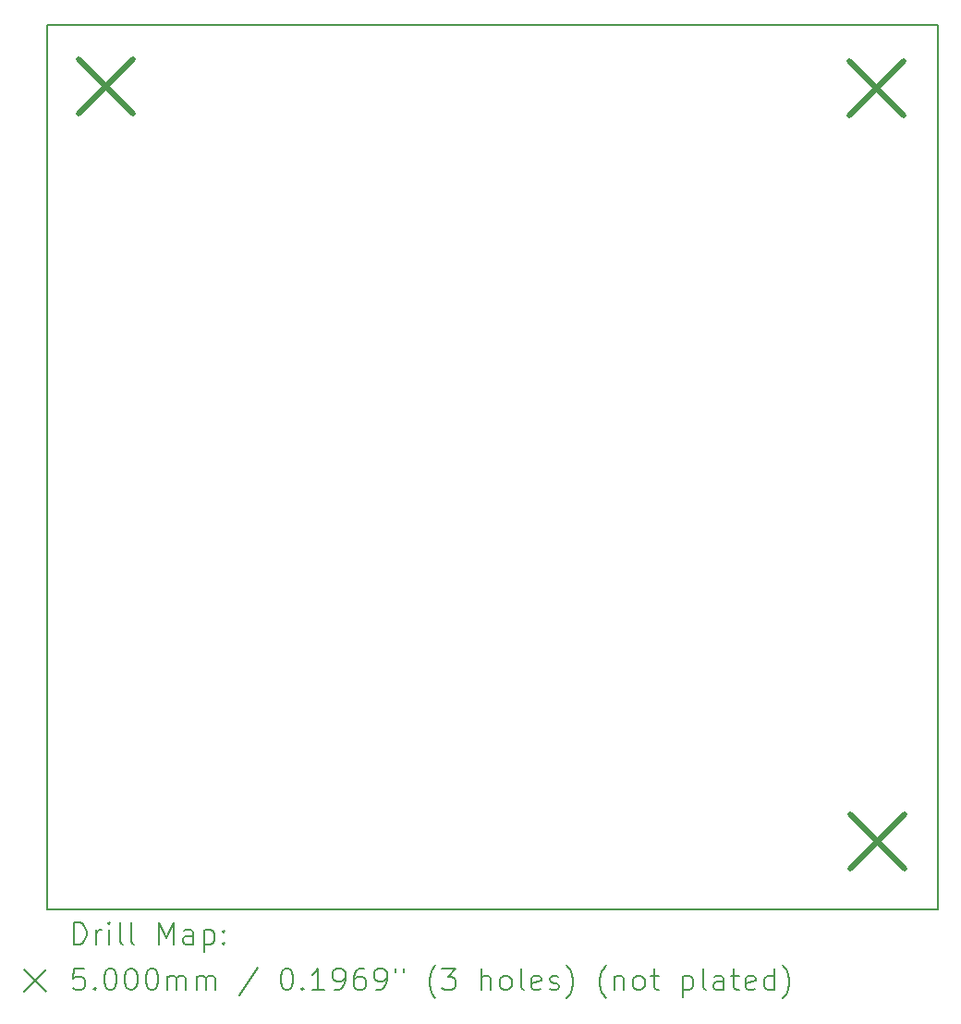
<source format=gbr>
%TF.GenerationSoftware,KiCad,Pcbnew,6.0.7-f9a2dced07~116~ubuntu20.04.1*%
%TF.CreationDate,2022-12-12T07:14:16-03:00*%
%TF.ProjectId,PEF,5045462e-6b69-4636-9164-5f7063625858,rev?*%
%TF.SameCoordinates,Original*%
%TF.FileFunction,Drillmap*%
%TF.FilePolarity,Positive*%
%FSLAX45Y45*%
G04 Gerber Fmt 4.5, Leading zero omitted, Abs format (unit mm)*
G04 Created by KiCad (PCBNEW 6.0.7-f9a2dced07~116~ubuntu20.04.1) date 2022-12-12 07:14:16*
%MOMM*%
%LPD*%
G01*
G04 APERTURE LIST*
%ADD10C,0.200000*%
%ADD11C,0.500000*%
G04 APERTURE END LIST*
D10*
X1240000Y-1240000D02*
X9400000Y-1240000D01*
X9400000Y-1240000D02*
X9400000Y-9340000D01*
X9400000Y-9340000D02*
X1240000Y-9340000D01*
X1240000Y-9340000D02*
X1240000Y-1240000D01*
D11*
X1530000Y-1550000D02*
X2030000Y-2050000D01*
X2030000Y-1550000D02*
X1530000Y-2050000D01*
X8590000Y-1570000D02*
X9090000Y-2070000D01*
X9090000Y-1570000D02*
X8590000Y-2070000D01*
X8600000Y-8470000D02*
X9100000Y-8970000D01*
X9100000Y-8470000D02*
X8600000Y-8970000D01*
D10*
X1487619Y-9660476D02*
X1487619Y-9460476D01*
X1535238Y-9460476D01*
X1563809Y-9470000D01*
X1582857Y-9489048D01*
X1592381Y-9508095D01*
X1601905Y-9546190D01*
X1601905Y-9574762D01*
X1592381Y-9612857D01*
X1582857Y-9631905D01*
X1563809Y-9650952D01*
X1535238Y-9660476D01*
X1487619Y-9660476D01*
X1687619Y-9660476D02*
X1687619Y-9527143D01*
X1687619Y-9565238D02*
X1697143Y-9546190D01*
X1706667Y-9536667D01*
X1725714Y-9527143D01*
X1744762Y-9527143D01*
X1811428Y-9660476D02*
X1811428Y-9527143D01*
X1811428Y-9460476D02*
X1801905Y-9470000D01*
X1811428Y-9479524D01*
X1820952Y-9470000D01*
X1811428Y-9460476D01*
X1811428Y-9479524D01*
X1935238Y-9660476D02*
X1916190Y-9650952D01*
X1906667Y-9631905D01*
X1906667Y-9460476D01*
X2040000Y-9660476D02*
X2020952Y-9650952D01*
X2011428Y-9631905D01*
X2011428Y-9460476D01*
X2268571Y-9660476D02*
X2268571Y-9460476D01*
X2335238Y-9603333D01*
X2401905Y-9460476D01*
X2401905Y-9660476D01*
X2582857Y-9660476D02*
X2582857Y-9555714D01*
X2573333Y-9536667D01*
X2554286Y-9527143D01*
X2516190Y-9527143D01*
X2497143Y-9536667D01*
X2582857Y-9650952D02*
X2563810Y-9660476D01*
X2516190Y-9660476D01*
X2497143Y-9650952D01*
X2487619Y-9631905D01*
X2487619Y-9612857D01*
X2497143Y-9593810D01*
X2516190Y-9584286D01*
X2563810Y-9584286D01*
X2582857Y-9574762D01*
X2678095Y-9527143D02*
X2678095Y-9727143D01*
X2678095Y-9536667D02*
X2697143Y-9527143D01*
X2735238Y-9527143D01*
X2754286Y-9536667D01*
X2763810Y-9546190D01*
X2773333Y-9565238D01*
X2773333Y-9622381D01*
X2763810Y-9641429D01*
X2754286Y-9650952D01*
X2735238Y-9660476D01*
X2697143Y-9660476D01*
X2678095Y-9650952D01*
X2859048Y-9641429D02*
X2868571Y-9650952D01*
X2859048Y-9660476D01*
X2849524Y-9650952D01*
X2859048Y-9641429D01*
X2859048Y-9660476D01*
X2859048Y-9536667D02*
X2868571Y-9546190D01*
X2859048Y-9555714D01*
X2849524Y-9546190D01*
X2859048Y-9536667D01*
X2859048Y-9555714D01*
X1030000Y-9890000D02*
X1230000Y-10090000D01*
X1230000Y-9890000D02*
X1030000Y-10090000D01*
X1582857Y-9880476D02*
X1487619Y-9880476D01*
X1478095Y-9975714D01*
X1487619Y-9966190D01*
X1506667Y-9956667D01*
X1554286Y-9956667D01*
X1573333Y-9966190D01*
X1582857Y-9975714D01*
X1592381Y-9994762D01*
X1592381Y-10042381D01*
X1582857Y-10061429D01*
X1573333Y-10070952D01*
X1554286Y-10080476D01*
X1506667Y-10080476D01*
X1487619Y-10070952D01*
X1478095Y-10061429D01*
X1678095Y-10061429D02*
X1687619Y-10070952D01*
X1678095Y-10080476D01*
X1668571Y-10070952D01*
X1678095Y-10061429D01*
X1678095Y-10080476D01*
X1811428Y-9880476D02*
X1830476Y-9880476D01*
X1849524Y-9890000D01*
X1859048Y-9899524D01*
X1868571Y-9918571D01*
X1878095Y-9956667D01*
X1878095Y-10004286D01*
X1868571Y-10042381D01*
X1859048Y-10061429D01*
X1849524Y-10070952D01*
X1830476Y-10080476D01*
X1811428Y-10080476D01*
X1792381Y-10070952D01*
X1782857Y-10061429D01*
X1773333Y-10042381D01*
X1763809Y-10004286D01*
X1763809Y-9956667D01*
X1773333Y-9918571D01*
X1782857Y-9899524D01*
X1792381Y-9890000D01*
X1811428Y-9880476D01*
X2001905Y-9880476D02*
X2020952Y-9880476D01*
X2040000Y-9890000D01*
X2049524Y-9899524D01*
X2059048Y-9918571D01*
X2068571Y-9956667D01*
X2068571Y-10004286D01*
X2059048Y-10042381D01*
X2049524Y-10061429D01*
X2040000Y-10070952D01*
X2020952Y-10080476D01*
X2001905Y-10080476D01*
X1982857Y-10070952D01*
X1973333Y-10061429D01*
X1963809Y-10042381D01*
X1954286Y-10004286D01*
X1954286Y-9956667D01*
X1963809Y-9918571D01*
X1973333Y-9899524D01*
X1982857Y-9890000D01*
X2001905Y-9880476D01*
X2192381Y-9880476D02*
X2211429Y-9880476D01*
X2230476Y-9890000D01*
X2240000Y-9899524D01*
X2249524Y-9918571D01*
X2259048Y-9956667D01*
X2259048Y-10004286D01*
X2249524Y-10042381D01*
X2240000Y-10061429D01*
X2230476Y-10070952D01*
X2211429Y-10080476D01*
X2192381Y-10080476D01*
X2173333Y-10070952D01*
X2163810Y-10061429D01*
X2154286Y-10042381D01*
X2144762Y-10004286D01*
X2144762Y-9956667D01*
X2154286Y-9918571D01*
X2163810Y-9899524D01*
X2173333Y-9890000D01*
X2192381Y-9880476D01*
X2344762Y-10080476D02*
X2344762Y-9947143D01*
X2344762Y-9966190D02*
X2354286Y-9956667D01*
X2373333Y-9947143D01*
X2401905Y-9947143D01*
X2420952Y-9956667D01*
X2430476Y-9975714D01*
X2430476Y-10080476D01*
X2430476Y-9975714D02*
X2440000Y-9956667D01*
X2459048Y-9947143D01*
X2487619Y-9947143D01*
X2506667Y-9956667D01*
X2516190Y-9975714D01*
X2516190Y-10080476D01*
X2611429Y-10080476D02*
X2611429Y-9947143D01*
X2611429Y-9966190D02*
X2620952Y-9956667D01*
X2640000Y-9947143D01*
X2668571Y-9947143D01*
X2687619Y-9956667D01*
X2697143Y-9975714D01*
X2697143Y-10080476D01*
X2697143Y-9975714D02*
X2706667Y-9956667D01*
X2725714Y-9947143D01*
X2754286Y-9947143D01*
X2773333Y-9956667D01*
X2782857Y-9975714D01*
X2782857Y-10080476D01*
X3173333Y-9870952D02*
X3001905Y-10128095D01*
X3430476Y-9880476D02*
X3449524Y-9880476D01*
X3468571Y-9890000D01*
X3478095Y-9899524D01*
X3487619Y-9918571D01*
X3497143Y-9956667D01*
X3497143Y-10004286D01*
X3487619Y-10042381D01*
X3478095Y-10061429D01*
X3468571Y-10070952D01*
X3449524Y-10080476D01*
X3430476Y-10080476D01*
X3411428Y-10070952D01*
X3401905Y-10061429D01*
X3392381Y-10042381D01*
X3382857Y-10004286D01*
X3382857Y-9956667D01*
X3392381Y-9918571D01*
X3401905Y-9899524D01*
X3411428Y-9890000D01*
X3430476Y-9880476D01*
X3582857Y-10061429D02*
X3592381Y-10070952D01*
X3582857Y-10080476D01*
X3573333Y-10070952D01*
X3582857Y-10061429D01*
X3582857Y-10080476D01*
X3782857Y-10080476D02*
X3668571Y-10080476D01*
X3725714Y-10080476D02*
X3725714Y-9880476D01*
X3706667Y-9909048D01*
X3687619Y-9928095D01*
X3668571Y-9937619D01*
X3878095Y-10080476D02*
X3916190Y-10080476D01*
X3935238Y-10070952D01*
X3944762Y-10061429D01*
X3963809Y-10032857D01*
X3973333Y-9994762D01*
X3973333Y-9918571D01*
X3963809Y-9899524D01*
X3954286Y-9890000D01*
X3935238Y-9880476D01*
X3897143Y-9880476D01*
X3878095Y-9890000D01*
X3868571Y-9899524D01*
X3859048Y-9918571D01*
X3859048Y-9966190D01*
X3868571Y-9985238D01*
X3878095Y-9994762D01*
X3897143Y-10004286D01*
X3935238Y-10004286D01*
X3954286Y-9994762D01*
X3963809Y-9985238D01*
X3973333Y-9966190D01*
X4144762Y-9880476D02*
X4106667Y-9880476D01*
X4087619Y-9890000D01*
X4078095Y-9899524D01*
X4059048Y-9928095D01*
X4049524Y-9966190D01*
X4049524Y-10042381D01*
X4059048Y-10061429D01*
X4068571Y-10070952D01*
X4087619Y-10080476D01*
X4125714Y-10080476D01*
X4144762Y-10070952D01*
X4154286Y-10061429D01*
X4163809Y-10042381D01*
X4163809Y-9994762D01*
X4154286Y-9975714D01*
X4144762Y-9966190D01*
X4125714Y-9956667D01*
X4087619Y-9956667D01*
X4068571Y-9966190D01*
X4059048Y-9975714D01*
X4049524Y-9994762D01*
X4259048Y-10080476D02*
X4297143Y-10080476D01*
X4316190Y-10070952D01*
X4325714Y-10061429D01*
X4344762Y-10032857D01*
X4354286Y-9994762D01*
X4354286Y-9918571D01*
X4344762Y-9899524D01*
X4335238Y-9890000D01*
X4316190Y-9880476D01*
X4278095Y-9880476D01*
X4259048Y-9890000D01*
X4249524Y-9899524D01*
X4240000Y-9918571D01*
X4240000Y-9966190D01*
X4249524Y-9985238D01*
X4259048Y-9994762D01*
X4278095Y-10004286D01*
X4316190Y-10004286D01*
X4335238Y-9994762D01*
X4344762Y-9985238D01*
X4354286Y-9966190D01*
X4430476Y-9880476D02*
X4430476Y-9918571D01*
X4506667Y-9880476D02*
X4506667Y-9918571D01*
X4801905Y-10156667D02*
X4792381Y-10147143D01*
X4773333Y-10118571D01*
X4763810Y-10099524D01*
X4754286Y-10070952D01*
X4744762Y-10023333D01*
X4744762Y-9985238D01*
X4754286Y-9937619D01*
X4763810Y-9909048D01*
X4773333Y-9890000D01*
X4792381Y-9861429D01*
X4801905Y-9851905D01*
X4859048Y-9880476D02*
X4982857Y-9880476D01*
X4916190Y-9956667D01*
X4944762Y-9956667D01*
X4963810Y-9966190D01*
X4973333Y-9975714D01*
X4982857Y-9994762D01*
X4982857Y-10042381D01*
X4973333Y-10061429D01*
X4963810Y-10070952D01*
X4944762Y-10080476D01*
X4887619Y-10080476D01*
X4868571Y-10070952D01*
X4859048Y-10061429D01*
X5220952Y-10080476D02*
X5220952Y-9880476D01*
X5306667Y-10080476D02*
X5306667Y-9975714D01*
X5297143Y-9956667D01*
X5278095Y-9947143D01*
X5249524Y-9947143D01*
X5230476Y-9956667D01*
X5220952Y-9966190D01*
X5430476Y-10080476D02*
X5411429Y-10070952D01*
X5401905Y-10061429D01*
X5392381Y-10042381D01*
X5392381Y-9985238D01*
X5401905Y-9966190D01*
X5411429Y-9956667D01*
X5430476Y-9947143D01*
X5459048Y-9947143D01*
X5478095Y-9956667D01*
X5487619Y-9966190D01*
X5497143Y-9985238D01*
X5497143Y-10042381D01*
X5487619Y-10061429D01*
X5478095Y-10070952D01*
X5459048Y-10080476D01*
X5430476Y-10080476D01*
X5611428Y-10080476D02*
X5592381Y-10070952D01*
X5582857Y-10051905D01*
X5582857Y-9880476D01*
X5763809Y-10070952D02*
X5744762Y-10080476D01*
X5706667Y-10080476D01*
X5687619Y-10070952D01*
X5678095Y-10051905D01*
X5678095Y-9975714D01*
X5687619Y-9956667D01*
X5706667Y-9947143D01*
X5744762Y-9947143D01*
X5763809Y-9956667D01*
X5773333Y-9975714D01*
X5773333Y-9994762D01*
X5678095Y-10013810D01*
X5849524Y-10070952D02*
X5868571Y-10080476D01*
X5906667Y-10080476D01*
X5925714Y-10070952D01*
X5935238Y-10051905D01*
X5935238Y-10042381D01*
X5925714Y-10023333D01*
X5906667Y-10013810D01*
X5878095Y-10013810D01*
X5859048Y-10004286D01*
X5849524Y-9985238D01*
X5849524Y-9975714D01*
X5859048Y-9956667D01*
X5878095Y-9947143D01*
X5906667Y-9947143D01*
X5925714Y-9956667D01*
X6001905Y-10156667D02*
X6011428Y-10147143D01*
X6030476Y-10118571D01*
X6040000Y-10099524D01*
X6049524Y-10070952D01*
X6059048Y-10023333D01*
X6059048Y-9985238D01*
X6049524Y-9937619D01*
X6040000Y-9909048D01*
X6030476Y-9890000D01*
X6011428Y-9861429D01*
X6001905Y-9851905D01*
X6363809Y-10156667D02*
X6354286Y-10147143D01*
X6335238Y-10118571D01*
X6325714Y-10099524D01*
X6316190Y-10070952D01*
X6306667Y-10023333D01*
X6306667Y-9985238D01*
X6316190Y-9937619D01*
X6325714Y-9909048D01*
X6335238Y-9890000D01*
X6354286Y-9861429D01*
X6363809Y-9851905D01*
X6440000Y-9947143D02*
X6440000Y-10080476D01*
X6440000Y-9966190D02*
X6449524Y-9956667D01*
X6468571Y-9947143D01*
X6497143Y-9947143D01*
X6516190Y-9956667D01*
X6525714Y-9975714D01*
X6525714Y-10080476D01*
X6649524Y-10080476D02*
X6630476Y-10070952D01*
X6620952Y-10061429D01*
X6611428Y-10042381D01*
X6611428Y-9985238D01*
X6620952Y-9966190D01*
X6630476Y-9956667D01*
X6649524Y-9947143D01*
X6678095Y-9947143D01*
X6697143Y-9956667D01*
X6706667Y-9966190D01*
X6716190Y-9985238D01*
X6716190Y-10042381D01*
X6706667Y-10061429D01*
X6697143Y-10070952D01*
X6678095Y-10080476D01*
X6649524Y-10080476D01*
X6773333Y-9947143D02*
X6849524Y-9947143D01*
X6801905Y-9880476D02*
X6801905Y-10051905D01*
X6811428Y-10070952D01*
X6830476Y-10080476D01*
X6849524Y-10080476D01*
X7068571Y-9947143D02*
X7068571Y-10147143D01*
X7068571Y-9956667D02*
X7087619Y-9947143D01*
X7125714Y-9947143D01*
X7144762Y-9956667D01*
X7154286Y-9966190D01*
X7163809Y-9985238D01*
X7163809Y-10042381D01*
X7154286Y-10061429D01*
X7144762Y-10070952D01*
X7125714Y-10080476D01*
X7087619Y-10080476D01*
X7068571Y-10070952D01*
X7278095Y-10080476D02*
X7259048Y-10070952D01*
X7249524Y-10051905D01*
X7249524Y-9880476D01*
X7440000Y-10080476D02*
X7440000Y-9975714D01*
X7430476Y-9956667D01*
X7411428Y-9947143D01*
X7373333Y-9947143D01*
X7354286Y-9956667D01*
X7440000Y-10070952D02*
X7420952Y-10080476D01*
X7373333Y-10080476D01*
X7354286Y-10070952D01*
X7344762Y-10051905D01*
X7344762Y-10032857D01*
X7354286Y-10013810D01*
X7373333Y-10004286D01*
X7420952Y-10004286D01*
X7440000Y-9994762D01*
X7506667Y-9947143D02*
X7582857Y-9947143D01*
X7535238Y-9880476D02*
X7535238Y-10051905D01*
X7544762Y-10070952D01*
X7563809Y-10080476D01*
X7582857Y-10080476D01*
X7725714Y-10070952D02*
X7706667Y-10080476D01*
X7668571Y-10080476D01*
X7649524Y-10070952D01*
X7640000Y-10051905D01*
X7640000Y-9975714D01*
X7649524Y-9956667D01*
X7668571Y-9947143D01*
X7706667Y-9947143D01*
X7725714Y-9956667D01*
X7735238Y-9975714D01*
X7735238Y-9994762D01*
X7640000Y-10013810D01*
X7906667Y-10080476D02*
X7906667Y-9880476D01*
X7906667Y-10070952D02*
X7887619Y-10080476D01*
X7849524Y-10080476D01*
X7830476Y-10070952D01*
X7820952Y-10061429D01*
X7811428Y-10042381D01*
X7811428Y-9985238D01*
X7820952Y-9966190D01*
X7830476Y-9956667D01*
X7849524Y-9947143D01*
X7887619Y-9947143D01*
X7906667Y-9956667D01*
X7982857Y-10156667D02*
X7992381Y-10147143D01*
X8011428Y-10118571D01*
X8020952Y-10099524D01*
X8030476Y-10070952D01*
X8040000Y-10023333D01*
X8040000Y-9985238D01*
X8030476Y-9937619D01*
X8020952Y-9909048D01*
X8011428Y-9890000D01*
X7992381Y-9861429D01*
X7982857Y-9851905D01*
M02*

</source>
